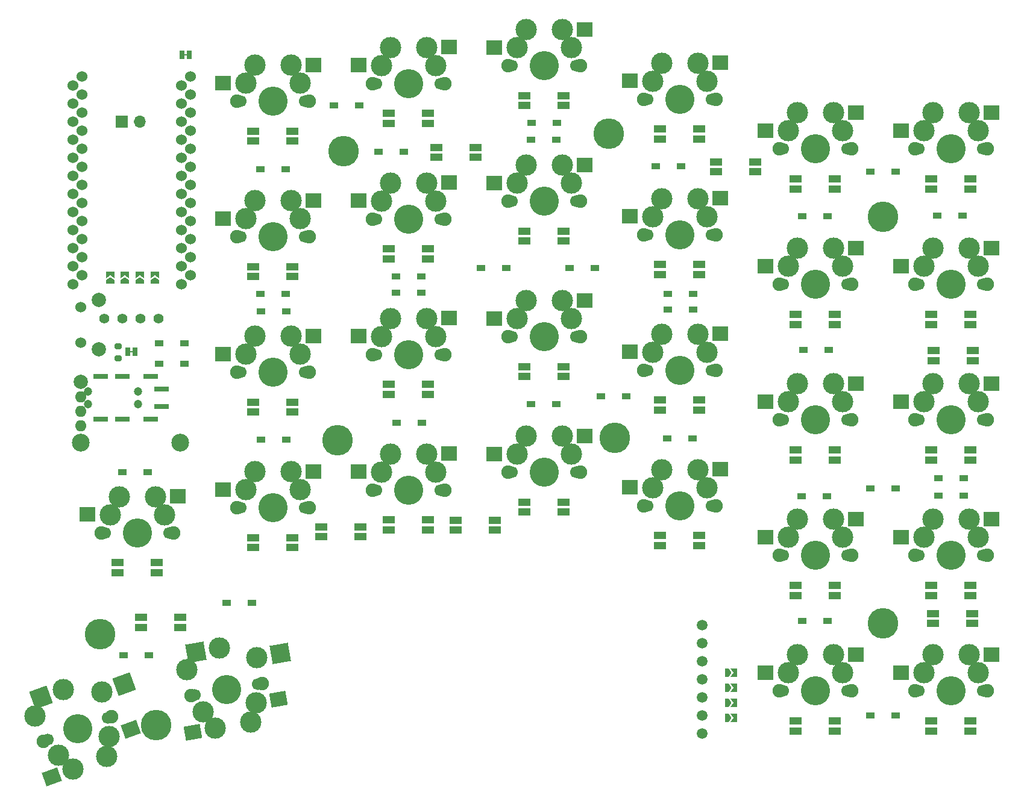
<source format=gbr>
G04 #@! TF.GenerationSoftware,KiCad,Pcbnew,8.0.5*
G04 #@! TF.CreationDate,2024-11-19T21:37:07+08:00*
G04 #@! TF.ProjectId,keyball61_right,6b657962-616c-46c3-9631-5f7269676874,rev?*
G04 #@! TF.SameCoordinates,Original*
G04 #@! TF.FileFunction,Soldermask,Bot*
G04 #@! TF.FilePolarity,Negative*
%FSLAX46Y46*%
G04 Gerber Fmt 4.6, Leading zero omitted, Abs format (unit mm)*
G04 Created by KiCad (PCBNEW 8.0.5) date 2024-11-19 21:37:07*
%MOMM*%
%LPD*%
G01*
G04 APERTURE LIST*
G04 Aperture macros list*
%AMRoundRect*
0 Rectangle with rounded corners*
0 $1 Rounding radius*
0 $2 $3 $4 $5 $6 $7 $8 $9 X,Y pos of 4 corners*
0 Add a 4 corners polygon primitive as box body*
4,1,4,$2,$3,$4,$5,$6,$7,$8,$9,$2,$3,0*
0 Add four circle primitives for the rounded corners*
1,1,$1+$1,$2,$3*
1,1,$1+$1,$4,$5*
1,1,$1+$1,$6,$7*
1,1,$1+$1,$8,$9*
0 Add four rect primitives between the rounded corners*
20,1,$1+$1,$2,$3,$4,$5,0*
20,1,$1+$1,$4,$5,$6,$7,0*
20,1,$1+$1,$6,$7,$8,$9,0*
20,1,$1+$1,$8,$9,$2,$3,0*%
%AMRotRect*
0 Rectangle, with rotation*
0 The origin of the aperture is its center*
0 $1 length*
0 $2 width*
0 $3 Rotation angle, in degrees counterclockwise*
0 Add horizontal line*
21,1,$1,$2,0,0,$3*%
%AMFreePoly0*
4,1,7,0.575000,0.000000,0.175000,-0.571500,-0.175000,-0.571500,-0.300000,-0.571500,-0.300000,0.571500,0.175000,0.571500,0.575000,0.000000,0.575000,0.000000,$1*%
%AMFreePoly1*
4,1,8,0.317500,-0.571500,0.175000,-0.571500,-0.175000,-0.571500,-0.575000,-0.571500,-0.175000,0.000000,-0.575000,0.571500,0.317500,0.571500,0.317500,-0.571500,0.317500,-0.571500,$1*%
G04 Aperture macros list end*
%ADD10C,1.397000*%
%ADD11C,1.500000*%
%ADD12C,2.500000*%
%ADD13C,4.300000*%
%ADD14C,1.200000*%
%ADD15R,2.100000X0.800000*%
%ADD16R,1.700000X1.000000*%
%ADD17C,1.900000*%
%ADD18C,1.700000*%
%ADD19C,3.000000*%
%ADD20C,4.100000*%
%ADD21R,2.300000X2.000000*%
%ADD22RotRect,2.600000X2.600000X10.000000*%
%ADD23RotRect,2.300000X2.000000X10.000000*%
%ADD24C,1.524000*%
%ADD25RotRect,2.600000X2.600000X20.000000*%
%ADD26RotRect,2.300000X2.000000X20.000000*%
%ADD27C,2.000000*%
%ADD28R,1.300000X0.950000*%
%ADD29O,1.600000X1.600000*%
%ADD30R,1.700000X1.700000*%
%ADD31O,1.700000X1.700000*%
%ADD32FreePoly0,0.000000*%
%ADD33FreePoly1,0.000000*%
%ADD34FreePoly0,90.000000*%
%ADD35FreePoly1,90.000000*%
%ADD36R,0.381000X0.250000*%
%ADD37R,0.635000X1.143000*%
%ADD38RoundRect,0.200000X0.275000X-0.200000X0.275000X0.200000X-0.275000X0.200000X-0.275000X-0.200000X0*%
G04 APERTURE END LIST*
D10*
X94280001Y-81879712D03*
X96820001Y-81879712D03*
X99360001Y-81879712D03*
X101900001Y-81879712D03*
D11*
X178271000Y-124925000D03*
X178271000Y-127465000D03*
X178271000Y-130005000D03*
X178271000Y-132545000D03*
X178271000Y-135085000D03*
X178271000Y-137625000D03*
X178271000Y-140165000D03*
D12*
X104989000Y-99294700D03*
X90989100Y-99294700D03*
D13*
X165167000Y-55844700D03*
X127903000Y-58344700D03*
X127067000Y-98944700D03*
X93675100Y-126205000D03*
X203685000Y-67544700D03*
X203685000Y-124695000D03*
X101589000Y-139008000D03*
X166003000Y-98644700D03*
D14*
X92004100Y-93870000D03*
X99004100Y-93870000D03*
X92004100Y-92120000D03*
X99004100Y-92120000D03*
D15*
X102304100Y-94220000D03*
X102304100Y-91770000D03*
X93804100Y-95970000D03*
X93804100Y-90020000D03*
X96804100Y-95970000D03*
X96804100Y-90020000D03*
X100804100Y-95970000D03*
X100804100Y-90020000D03*
D16*
X99460000Y-125270000D03*
X99460000Y-123870000D03*
X104960000Y-123870000D03*
X104960000Y-125270000D03*
X124759000Y-112529712D03*
X124759000Y-111129712D03*
X130259000Y-111129712D03*
X130259000Y-112529712D03*
X210689000Y-124705000D03*
X210689000Y-123305000D03*
X216189000Y-123305000D03*
X216189000Y-124705000D03*
X210769000Y-87744700D03*
X210769000Y-86344700D03*
X216269000Y-86344700D03*
X216269000Y-87744700D03*
X180199000Y-61234700D03*
X180199000Y-59834700D03*
X185699000Y-59834700D03*
X185699000Y-61234700D03*
X140909000Y-59174700D03*
X140909000Y-57774700D03*
X146409000Y-57774700D03*
X146409000Y-59174700D03*
X210460000Y-62219700D03*
X210460000Y-63619700D03*
X215960000Y-63619700D03*
X215960000Y-62219700D03*
X210460000Y-81269700D03*
X210460000Y-82669700D03*
X215960000Y-82669700D03*
X215960000Y-81269700D03*
X210460000Y-100320000D03*
X210460000Y-101720000D03*
X215960000Y-101720000D03*
X215960000Y-100320000D03*
X210460000Y-119370000D03*
X210460000Y-120770000D03*
X215960000Y-120770000D03*
X215960000Y-119370000D03*
X210460000Y-138420000D03*
X210460000Y-139820000D03*
X215960000Y-139820000D03*
X215960000Y-138420000D03*
X191410000Y-62219700D03*
X191410000Y-63619700D03*
X196910000Y-63619700D03*
X196910000Y-62219700D03*
X191410000Y-81269700D03*
X191410000Y-82669700D03*
X196910000Y-82669700D03*
X196910000Y-81269700D03*
X191410000Y-100320000D03*
X191410000Y-101720000D03*
X196910000Y-101720000D03*
X196910000Y-100320000D03*
X191410000Y-119370000D03*
X191410000Y-120770000D03*
X196910000Y-120770000D03*
X196910000Y-119370000D03*
X191410000Y-138420000D03*
X191410000Y-139820000D03*
X196910000Y-139820000D03*
X196910000Y-138420000D03*
X172360000Y-55219700D03*
X172360000Y-56619700D03*
X177860000Y-56619700D03*
X177860000Y-55219700D03*
X172360000Y-74269700D03*
X172360000Y-75669700D03*
X177860000Y-75669700D03*
X177860000Y-74269700D03*
X172360000Y-93319700D03*
X172360000Y-94719700D03*
X177860000Y-94719700D03*
X177860000Y-93319700D03*
X172360000Y-112370000D03*
X172360000Y-113770000D03*
X177860000Y-113770000D03*
X177860000Y-112370000D03*
X153310000Y-50519700D03*
X153310000Y-51919700D03*
X158810000Y-51919700D03*
X158810000Y-50519700D03*
X153310000Y-69569700D03*
X153310000Y-70969700D03*
X158810000Y-70969700D03*
X158810000Y-69569700D03*
X153310000Y-88619700D03*
X153310000Y-90019700D03*
X158810000Y-90019700D03*
X158810000Y-88619700D03*
X153310000Y-107670000D03*
X153310000Y-109070000D03*
X158810000Y-109070000D03*
X158810000Y-107670000D03*
X134260000Y-53019700D03*
X134260000Y-54419700D03*
X139760000Y-54419700D03*
X139760000Y-53019700D03*
X134260000Y-72069700D03*
X134260000Y-73469700D03*
X139760000Y-73469700D03*
X139760000Y-72069700D03*
X134260000Y-91119700D03*
X134260000Y-92519700D03*
X139760000Y-92519700D03*
X139760000Y-91119700D03*
X134260000Y-110170000D03*
X134260000Y-111570000D03*
X139760000Y-111570000D03*
X139760000Y-110170000D03*
X115210000Y-55519700D03*
X115210000Y-56919700D03*
X120710000Y-56919700D03*
X120710000Y-55519700D03*
X115210000Y-74569700D03*
X115210000Y-75969700D03*
X120710000Y-75969700D03*
X120710000Y-74569700D03*
X115210000Y-93619700D03*
X115210000Y-95019700D03*
X120710000Y-95019700D03*
X120710000Y-93619700D03*
X115210000Y-112670000D03*
X115210000Y-114070000D03*
X120710000Y-114070000D03*
X120710000Y-112670000D03*
X96160000Y-116170000D03*
X96160000Y-117570000D03*
X101660000Y-117570000D03*
X101660000Y-116170000D03*
D17*
X208130000Y-58019700D03*
D18*
X208710000Y-58019700D03*
D19*
X209400000Y-55479700D03*
X210670000Y-52939700D03*
D20*
X213210000Y-58019700D03*
D19*
X215750000Y-52939700D03*
X217020000Y-55479699D03*
D18*
X217710000Y-58019700D03*
D17*
X218290000Y-58019700D03*
D21*
X206210000Y-55439700D03*
X218910000Y-52899700D03*
D17*
X189080000Y-58019700D03*
D18*
X189660000Y-58019700D03*
D19*
X190350000Y-55479700D03*
X191620000Y-52939700D03*
D20*
X194160000Y-58019700D03*
D19*
X196700000Y-52939700D03*
X197970000Y-55479699D03*
D18*
X198660000Y-58019700D03*
D17*
X199240000Y-58019700D03*
D21*
X187160000Y-55439700D03*
X199860000Y-52899700D03*
D17*
X170030000Y-51019700D03*
D18*
X170610000Y-51019700D03*
D19*
X171300000Y-48479700D03*
X172570000Y-45939700D03*
D20*
X175110000Y-51019700D03*
D19*
X177650000Y-45939700D03*
X178920000Y-48479699D03*
D18*
X179610000Y-51019700D03*
D17*
X180190000Y-51019700D03*
D21*
X168110000Y-48439700D03*
X180810000Y-45899700D03*
D17*
X150980000Y-46319700D03*
D18*
X151560000Y-46319700D03*
D19*
X152250000Y-43779700D03*
X153520000Y-41239700D03*
D20*
X156060000Y-46319700D03*
D19*
X158600000Y-41239700D03*
X159870000Y-43779699D03*
D18*
X160560000Y-46319700D03*
D17*
X161140000Y-46319700D03*
D21*
X149060000Y-43739700D03*
X161760000Y-41199700D03*
D17*
X131930000Y-48819700D03*
D18*
X132510000Y-48819700D03*
D19*
X133200000Y-46279700D03*
X134470000Y-43739700D03*
D20*
X137010000Y-48819700D03*
D19*
X139550000Y-43739700D03*
X140820000Y-46279699D03*
D18*
X141510000Y-48819700D03*
D17*
X142090000Y-48819700D03*
D21*
X130010000Y-46239700D03*
X142710000Y-43699700D03*
D17*
X112880000Y-51319700D03*
D18*
X113460000Y-51319700D03*
D19*
X114150000Y-48779700D03*
X115420000Y-46239700D03*
D20*
X117960000Y-51319700D03*
D19*
X120500000Y-46239700D03*
X121770000Y-48779699D03*
D18*
X122460000Y-51319700D03*
D17*
X123040000Y-51319700D03*
D21*
X110960000Y-48739700D03*
X123660000Y-46199700D03*
D17*
X208130000Y-77069700D03*
D18*
X208710000Y-77069700D03*
D19*
X209400000Y-74529700D03*
X210670000Y-71989700D03*
D20*
X213210000Y-77069700D03*
D19*
X215750000Y-71989700D03*
X217020000Y-74529699D03*
D18*
X217710000Y-77069700D03*
D17*
X218290000Y-77069700D03*
D21*
X206210000Y-74489700D03*
X218910000Y-71949700D03*
D17*
X170030000Y-70069700D03*
D18*
X170610000Y-70069700D03*
D19*
X171300000Y-67529700D03*
X172570000Y-64989700D03*
D20*
X175110000Y-70069700D03*
D19*
X177650000Y-64989700D03*
X178920000Y-67529699D03*
D18*
X179610000Y-70069700D03*
D17*
X180190000Y-70069700D03*
D21*
X168110000Y-67489700D03*
X180810000Y-64949700D03*
D17*
X150980000Y-65369700D03*
D18*
X151560000Y-65369700D03*
D19*
X152250000Y-62829700D03*
X153520000Y-60289700D03*
D20*
X156060000Y-65369700D03*
D19*
X158600000Y-60289700D03*
X159870000Y-62829699D03*
D18*
X160560000Y-65369700D03*
D17*
X161140000Y-65369700D03*
D21*
X149060000Y-62789700D03*
X161760000Y-60249700D03*
D17*
X131930000Y-67869700D03*
D18*
X132510000Y-67869700D03*
D19*
X133200000Y-65329700D03*
X134470000Y-62789700D03*
D20*
X137010000Y-67869700D03*
D19*
X139550000Y-62789700D03*
X140820000Y-65329699D03*
D18*
X141510000Y-67869700D03*
D17*
X142090000Y-67869700D03*
D21*
X130010000Y-65289700D03*
X142710000Y-62749700D03*
D17*
X112880000Y-70369700D03*
D18*
X113460000Y-70369700D03*
D19*
X114150000Y-67829700D03*
X115420000Y-65289700D03*
D20*
X117960000Y-70369700D03*
D19*
X120500000Y-65289700D03*
X121770000Y-67829699D03*
D18*
X122460000Y-70369700D03*
D17*
X123040000Y-70369700D03*
D21*
X110960000Y-67789700D03*
X123660000Y-65249700D03*
D17*
X208130000Y-96119700D03*
D18*
X208710000Y-96119700D03*
D19*
X209400000Y-93579700D03*
X210670000Y-91039700D03*
D20*
X213210000Y-96119700D03*
D19*
X215750000Y-91039700D03*
X217020000Y-93579699D03*
D18*
X217710000Y-96119700D03*
D17*
X218290000Y-96119700D03*
D21*
X206210000Y-93539700D03*
X218910000Y-90999700D03*
D17*
X189080000Y-96119700D03*
D18*
X189660000Y-96119700D03*
D19*
X190350000Y-93579700D03*
X191620000Y-91039700D03*
D20*
X194160000Y-96119700D03*
D19*
X196700000Y-91039700D03*
X197970000Y-93579699D03*
D18*
X198660000Y-96119700D03*
D17*
X199240000Y-96119700D03*
D21*
X187160000Y-93539700D03*
X199860000Y-90999700D03*
D17*
X170030000Y-89119700D03*
D18*
X170610000Y-89119700D03*
D19*
X171300000Y-86579700D03*
X172570000Y-84039700D03*
D20*
X175110000Y-89119700D03*
D19*
X177650000Y-84039700D03*
X178920000Y-86579699D03*
D18*
X179610000Y-89119700D03*
D17*
X180190000Y-89119700D03*
D21*
X168110000Y-86539700D03*
X180810000Y-83999700D03*
D17*
X150980000Y-84419700D03*
D18*
X151560000Y-84419700D03*
D19*
X152250000Y-81879700D03*
X153520000Y-79339700D03*
D20*
X156060000Y-84419700D03*
D19*
X158600000Y-79339700D03*
X159870000Y-81879699D03*
D18*
X160560000Y-84419700D03*
D17*
X161140000Y-84419700D03*
D21*
X149060000Y-81839700D03*
X161760000Y-79299700D03*
D17*
X131930000Y-86919700D03*
D18*
X132510000Y-86919700D03*
D19*
X133200000Y-84379700D03*
X134470000Y-81839700D03*
D20*
X137010000Y-86919700D03*
D19*
X139550000Y-81839700D03*
X140820000Y-84379699D03*
D18*
X141510000Y-86919700D03*
D17*
X142090000Y-86919700D03*
D21*
X130010000Y-84339700D03*
X142710000Y-81799700D03*
D17*
X112880000Y-89419700D03*
D18*
X113460000Y-89419700D03*
D19*
X114150000Y-86879700D03*
X115420000Y-84339700D03*
D20*
X117960000Y-89419700D03*
D19*
X120500000Y-84339700D03*
X121770000Y-86879699D03*
D18*
X122460000Y-89419700D03*
D17*
X123040000Y-89419700D03*
D21*
X110960000Y-86839700D03*
X123660000Y-84299700D03*
D17*
X208130000Y-115170000D03*
D18*
X208710000Y-115170000D03*
D19*
X209400000Y-112630000D03*
X210670000Y-110090000D03*
D20*
X213210000Y-115170000D03*
D19*
X215750000Y-110090000D03*
X217020000Y-112629999D03*
D18*
X217710000Y-115170000D03*
D17*
X218290000Y-115170000D03*
D21*
X206210000Y-112590000D03*
X218910000Y-110050000D03*
D17*
X189080000Y-115170000D03*
D18*
X189660000Y-115170000D03*
D19*
X190350000Y-112630000D03*
X191620000Y-110090000D03*
D20*
X194160000Y-115170000D03*
D19*
X196700000Y-110090000D03*
X197970000Y-112629999D03*
D18*
X198660000Y-115170000D03*
D17*
X199240000Y-115170000D03*
D21*
X187160000Y-112590000D03*
X199860000Y-110050000D03*
D17*
X170030000Y-108170000D03*
D18*
X170610000Y-108170000D03*
D19*
X171300000Y-105630000D03*
X172570000Y-103090000D03*
D20*
X175110000Y-108170000D03*
D19*
X177650000Y-103090000D03*
X178920000Y-105629999D03*
D18*
X179610000Y-108170000D03*
D17*
X180190000Y-108170000D03*
D21*
X168110000Y-105590000D03*
X180810000Y-103050000D03*
D17*
X150980000Y-103470000D03*
D18*
X151560000Y-103470000D03*
D19*
X152250000Y-100930000D03*
X153520000Y-98390000D03*
D20*
X156060000Y-103470000D03*
D19*
X158600000Y-98390000D03*
X159870000Y-100929999D03*
D18*
X160560000Y-103470000D03*
D17*
X161140000Y-103470000D03*
D21*
X149060000Y-100890000D03*
X161760000Y-98350000D03*
D17*
X131930000Y-105970000D03*
D18*
X132510000Y-105970000D03*
D19*
X133200000Y-103430000D03*
X134470000Y-100890000D03*
D20*
X137010000Y-105970000D03*
D19*
X139550000Y-100890000D03*
X140820000Y-103429999D03*
D18*
X141510000Y-105970000D03*
D17*
X142090000Y-105970000D03*
D21*
X130010000Y-103390000D03*
X142710000Y-100850000D03*
D17*
X112880000Y-108470000D03*
D18*
X113460000Y-108470000D03*
D19*
X114150000Y-105930000D03*
X115420000Y-103390000D03*
D20*
X117960000Y-108470000D03*
D19*
X120500000Y-103390000D03*
X121770000Y-105929999D03*
D18*
X122460000Y-108470000D03*
D17*
X123040000Y-108470000D03*
D21*
X110960000Y-105890000D03*
X123660000Y-103350000D03*
D17*
X93830000Y-111970000D03*
D18*
X94410000Y-111970000D03*
D19*
X95100000Y-109430000D03*
X96370000Y-106890000D03*
D20*
X98910000Y-111970000D03*
D19*
X101450000Y-106890000D03*
X102720000Y-109429999D03*
D18*
X103410000Y-111970000D03*
D17*
X103990000Y-111970000D03*
D21*
X91910000Y-109390000D03*
X104610000Y-106850000D03*
D17*
X208130000Y-134220000D03*
D18*
X208710000Y-134220000D03*
D19*
X209400000Y-131680000D03*
X210670000Y-129140000D03*
D20*
X213210000Y-134220000D03*
D19*
X215750000Y-129140000D03*
X217020000Y-131679999D03*
D18*
X217710000Y-134220000D03*
D17*
X218290000Y-134220000D03*
D21*
X206210000Y-131640000D03*
X218910000Y-129100000D03*
D17*
X116454823Y-133134867D03*
D19*
X115733541Y-129504970D03*
D18*
X115883635Y-133235583D03*
D19*
X115645184Y-135856812D03*
X114835544Y-138578757D03*
D20*
X111452000Y-134017000D03*
D19*
X110427476Y-128206634D03*
X110427476Y-128206634D03*
X109832721Y-139460890D03*
X108140949Y-137180012D03*
D18*
X107020365Y-134798417D03*
D19*
X105885463Y-131241452D03*
D17*
X106449177Y-134899133D03*
D22*
X118983406Y-128931931D03*
D23*
X118793667Y-135342267D03*
D22*
X107177610Y-128779673D03*
D23*
X106727674Y-140049010D03*
D24*
X89847700Y-49060000D03*
X106394100Y-47790000D03*
X89847700Y-51600000D03*
X106394100Y-50330000D03*
X89847700Y-54140000D03*
X106394100Y-52870000D03*
X89847700Y-56680000D03*
X106394100Y-55410000D03*
X89847700Y-59220000D03*
X106394100Y-57950000D03*
X89847700Y-61760000D03*
X106394100Y-60490000D03*
X89847700Y-64300000D03*
X106394100Y-63030000D03*
X89847700Y-66840000D03*
X106394100Y-65570000D03*
X89847700Y-69380000D03*
X106394100Y-68110000D03*
X89847700Y-71920000D03*
X106394100Y-70650000D03*
X89847700Y-74460000D03*
X106394100Y-73190000D03*
X89847700Y-77000000D03*
X106394100Y-75730000D03*
X91174100Y-75730000D03*
X105087700Y-77000000D03*
X91174100Y-73190000D03*
X105087700Y-74460000D03*
X91174100Y-70650000D03*
X105087700Y-71920000D03*
X91174100Y-68110000D03*
X105087700Y-69380000D03*
X91174100Y-65570000D03*
X105087700Y-66840000D03*
X91174100Y-63030000D03*
X105087700Y-64300000D03*
X91174100Y-60490000D03*
X105087700Y-61760000D03*
X91174100Y-57950000D03*
X105087700Y-59220000D03*
X91174100Y-55410000D03*
X105087700Y-56680000D03*
X91174100Y-52870000D03*
X105087700Y-54140000D03*
X91174100Y-50330000D03*
X105087700Y-51600000D03*
X91174100Y-47790000D03*
X105087700Y-49060000D03*
D17*
X189080000Y-134220000D03*
D18*
X189660000Y-134220000D03*
D19*
X190350000Y-131680000D03*
X191620000Y-129140000D03*
D20*
X194160000Y-134220000D03*
D19*
X196700000Y-129140000D03*
X197970000Y-131679999D03*
D18*
X198660000Y-134220000D03*
D17*
X199240000Y-134220000D03*
D21*
X187160000Y-131640000D03*
X199860000Y-129100000D03*
D17*
X95306139Y-137796538D03*
D19*
X93965489Y-134347038D03*
D18*
X94761117Y-137994909D03*
D19*
X94981460Y-140617723D03*
X94656783Y-143438907D03*
D20*
X90532500Y-139534000D03*
D19*
X88514581Y-133989814D03*
X88514581Y-133989814D03*
X89883143Y-145176370D03*
X87821003Y-143223917D03*
D18*
X86303883Y-141073091D03*
D19*
X84568562Y-137767238D03*
D17*
X85758861Y-141271462D03*
D25*
X97066474Y-133218370D03*
D26*
X97992760Y-139564266D03*
D25*
X85413596Y-135118480D03*
D26*
X86927395Y-146294741D03*
D24*
X91010001Y-80209712D03*
X91010001Y-85209712D03*
D27*
X93510001Y-79209712D03*
X93510001Y-86209712D03*
D28*
X201895000Y-61169700D03*
X205445000Y-61169700D03*
X192335000Y-67469700D03*
X195885000Y-67469700D03*
X171735000Y-60469700D03*
X175285000Y-60469700D03*
X154295001Y-54329712D03*
X157845001Y-54329712D03*
X132835000Y-58369700D03*
X136385000Y-58369700D03*
X126555000Y-51899700D03*
X130105000Y-51899700D03*
X211335000Y-67369700D03*
X214885000Y-67369700D03*
X192535000Y-86269700D03*
X196085000Y-86269700D03*
X173435000Y-78369700D03*
X176985000Y-78369700D03*
X159635000Y-74769700D03*
X163185000Y-74769700D03*
X147235000Y-74769700D03*
X150785000Y-74769700D03*
X116235000Y-60869700D03*
X119785000Y-60869700D03*
X211475000Y-104290000D03*
X215025000Y-104290000D03*
X201935000Y-105770000D03*
X205485000Y-105770000D03*
X173435000Y-80569700D03*
X176985000Y-80569700D03*
X164035000Y-92769700D03*
X167585000Y-92769700D03*
X135305001Y-75909712D03*
X138855001Y-75909712D03*
X116255001Y-78399712D03*
X119805001Y-78399712D03*
X211485000Y-106730000D03*
X215035000Y-106730000D03*
X192215000Y-106830000D03*
X195765000Y-106830000D03*
X173385000Y-98669700D03*
X176935000Y-98669700D03*
X154235000Y-93869700D03*
X157785000Y-93869700D03*
X135335000Y-96469700D03*
X138885000Y-96469700D03*
X116345000Y-98869700D03*
X119895000Y-98869700D03*
X96835000Y-103470000D03*
X100385000Y-103470000D03*
X201925000Y-137630000D03*
X205475000Y-137630000D03*
X192335000Y-124370000D03*
X195885000Y-124370000D03*
X111515001Y-121839712D03*
X115065001Y-121839712D03*
X96995001Y-129159712D03*
X100545001Y-129159712D03*
X102015001Y-85339712D03*
X105565001Y-85339712D03*
X154275001Y-56669712D03*
X157825001Y-56669712D03*
X135285001Y-78229712D03*
X138835001Y-78229712D03*
X116275001Y-80829712D03*
X119825001Y-80829712D03*
X102005001Y-88179712D03*
X105555001Y-88179712D03*
D29*
X90985001Y-96894712D03*
X90985001Y-94894712D03*
X90985001Y-92894712D03*
D27*
X90985001Y-90744712D03*
X90985001Y-99044712D03*
D30*
X96735001Y-54169712D03*
D31*
X99275001Y-54169712D03*
D32*
X181809620Y-131669424D03*
D33*
X182810380Y-131669424D03*
D34*
X95110000Y-76570080D03*
D35*
X95110000Y-75569320D03*
D32*
X181809620Y-133769424D03*
D33*
X182810380Y-133769424D03*
D34*
X97210000Y-76570080D03*
D35*
X97210000Y-75569320D03*
D32*
X181809620Y-135869424D03*
D33*
X182810380Y-135869424D03*
D34*
X99310000Y-76570080D03*
D35*
X99310000Y-75569320D03*
D32*
X181809620Y-137969424D03*
D33*
X182810380Y-137969424D03*
D34*
X101410000Y-76570080D03*
D35*
X101410000Y-75569320D03*
D36*
X98089621Y-86479712D03*
D37*
X98590001Y-86479712D03*
X97589241Y-86479712D03*
D36*
X105710000Y-44769700D03*
D37*
X105209620Y-44769700D03*
X106210380Y-44769700D03*
D38*
X96210001Y-87419712D03*
X96210001Y-85769712D03*
D16*
X143660000Y-111590000D03*
X143660000Y-110190000D03*
X149160000Y-110190000D03*
X149160000Y-111590000D03*
D17*
X189080000Y-77069700D03*
D18*
X189660000Y-77069700D03*
D19*
X190350000Y-74529700D03*
X191620000Y-71989700D03*
D20*
X194160000Y-77069700D03*
D19*
X196700000Y-71989700D03*
X197970000Y-74529699D03*
D18*
X198660000Y-77069700D03*
D17*
X199240000Y-77069700D03*
D21*
X187160000Y-74489700D03*
X199860000Y-71949700D03*
M02*

</source>
